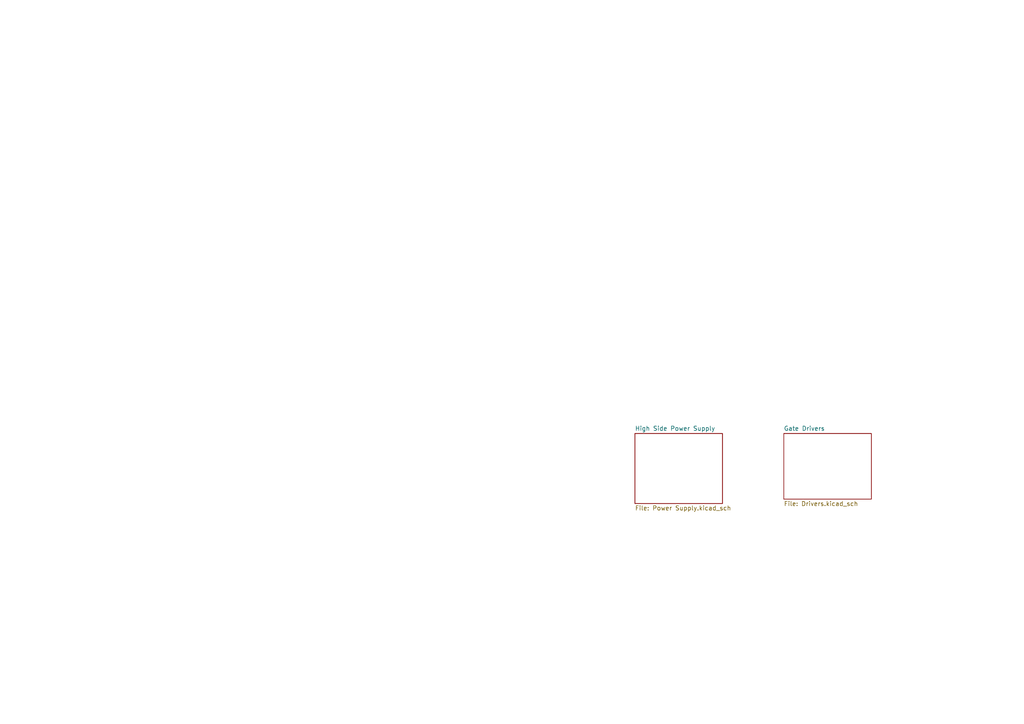
<source format=kicad_sch>
(kicad_sch
	(version 20250114)
	(generator "eeschema")
	(generator_version "9.0")
	(uuid "ae336cd7-2593-4218-978e-a7691697d69e")
	(paper "A4")
	(lib_symbols)
	(sheet
		(at 184.15 125.73)
		(size 25.4 20.32)
		(exclude_from_sim no)
		(in_bom yes)
		(on_board yes)
		(dnp no)
		(fields_autoplaced yes)
		(stroke
			(width 0.1524)
			(type solid)
		)
		(fill
			(color 0 0 0 0.0000)
		)
		(uuid "64d25e49-7e7d-43ef-b4a7-b777bdf7e4a9")
		(property "Sheetname" "High Side Power Supply"
			(at 184.15 125.0184 0)
			(effects
				(font
					(size 1.27 1.27)
				)
				(justify left bottom)
			)
		)
		(property "Sheetfile" "Power Supply.kicad_sch"
			(at 184.15 146.6346 0)
			(effects
				(font
					(size 1.27 1.27)
				)
				(justify left top)
			)
		)
		(instances
			(project "A3909 Prototyping"
				(path "/ae336cd7-2593-4218-978e-a7691697d69e"
					(page "2")
				)
			)
		)
	)
	(sheet
		(at 227.33 125.73)
		(size 25.4 19.05)
		(exclude_from_sim no)
		(in_bom yes)
		(on_board yes)
		(dnp no)
		(fields_autoplaced yes)
		(stroke
			(width 0.1524)
			(type solid)
		)
		(fill
			(color 0 0 0 0.0000)
		)
		(uuid "9a9d4adb-6fd1-4db4-ab1a-8dbb88f4d495")
		(property "Sheetname" "Gate Drivers"
			(at 227.33 125.0184 0)
			(effects
				(font
					(size 1.27 1.27)
				)
				(justify left bottom)
			)
		)
		(property "Sheetfile" "Drivers.kicad_sch"
			(at 227.33 145.3646 0)
			(effects
				(font
					(size 1.27 1.27)
				)
				(justify left top)
			)
		)
		(instances
			(project "A3909 Prototyping"
				(path "/ae336cd7-2593-4218-978e-a7691697d69e"
					(page "3")
				)
			)
		)
	)
	(sheet_instances
		(path "/"
			(page "1")
		)
	)
	(embedded_fonts no)
)

</source>
